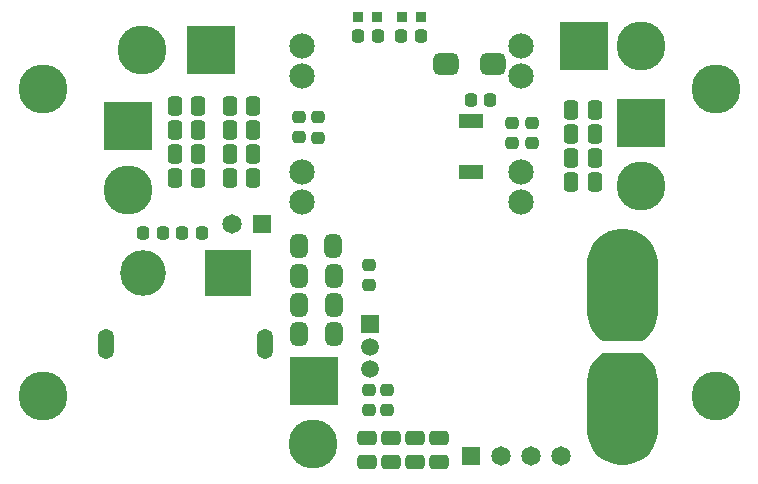
<source format=gts>
G04*
G04 #@! TF.GenerationSoftware,Altium Limited,Altium Designer,20.2.5 (213)*
G04*
G04 Layer_Color=8388736*
%FSLAX25Y25*%
%MOIN*%
G70*
G04*
G04 #@! TF.SameCoordinates,E7A29C4C-667B-4874-933E-F4189BEA85A9*
G04*
G04*
G04 #@! TF.FilePolarity,Negative*
G04*
G01*
G75*
G04:AMPARAMS|DCode=28|XSize=65.75mil|YSize=49.21mil|CornerRadius=13.78mil|HoleSize=0mil|Usage=FLASHONLY|Rotation=270.000|XOffset=0mil|YOffset=0mil|HoleType=Round|Shape=RoundedRectangle|*
%AMROUNDEDRECTD28*
21,1,0.06575,0.02165,0,0,270.0*
21,1,0.03819,0.04921,0,0,270.0*
1,1,0.02756,-0.01083,-0.01909*
1,1,0.02756,-0.01083,0.01909*
1,1,0.02756,0.01083,0.01909*
1,1,0.02756,0.01083,-0.01909*
%
%ADD28ROUNDEDRECTD28*%
%ADD29C,0.16339*%
G04:AMPARAMS|DCode=30|XSize=65.75mil|YSize=49.21mil|CornerRadius=13.78mil|HoleSize=0mil|Usage=FLASHONLY|Rotation=0.000|XOffset=0mil|YOffset=0mil|HoleType=Round|Shape=RoundedRectangle|*
%AMROUNDEDRECTD30*
21,1,0.06575,0.02165,0,0,0.0*
21,1,0.03819,0.04921,0,0,0.0*
1,1,0.02756,0.01909,-0.01083*
1,1,0.02756,-0.01909,-0.01083*
1,1,0.02756,-0.01909,0.01083*
1,1,0.02756,0.01909,0.01083*
%
%ADD30ROUNDEDRECTD30*%
%ADD31R,0.16339X0.16339*%
G04:AMPARAMS|DCode=32|XSize=45.28mil|YSize=41.34mil|CornerRadius=11.81mil|HoleSize=0mil|Usage=FLASHONLY|Rotation=270.000|XOffset=0mil|YOffset=0mil|HoleType=Round|Shape=RoundedRectangle|*
%AMROUNDEDRECTD32*
21,1,0.04528,0.01772,0,0,270.0*
21,1,0.02165,0.04134,0,0,270.0*
1,1,0.02362,-0.00886,-0.01083*
1,1,0.02362,-0.00886,0.01083*
1,1,0.02362,0.00886,0.01083*
1,1,0.02362,0.00886,-0.01083*
%
%ADD32ROUNDEDRECTD32*%
G04:AMPARAMS|DCode=33|XSize=45.28mil|YSize=41.34mil|CornerRadius=11.81mil|HoleSize=0mil|Usage=FLASHONLY|Rotation=180.000|XOffset=0mil|YOffset=0mil|HoleType=Round|Shape=RoundedRectangle|*
%AMROUNDEDRECTD33*
21,1,0.04528,0.01772,0,0,180.0*
21,1,0.02165,0.04134,0,0,180.0*
1,1,0.02362,-0.01083,0.00886*
1,1,0.02362,0.01083,0.00886*
1,1,0.02362,0.01083,-0.00886*
1,1,0.02362,-0.01083,-0.00886*
%
%ADD33ROUNDEDRECTD33*%
%ADD34C,0.21260*%
G04:AMPARAMS|DCode=35|XSize=76.77mil|YSize=57.09mil|CornerRadius=15.75mil|HoleSize=0mil|Usage=FLASHONLY|Rotation=270.000|XOffset=0mil|YOffset=0mil|HoleType=Round|Shape=RoundedRectangle|*
%AMROUNDEDRECTD35*
21,1,0.07677,0.02559,0,0,270.0*
21,1,0.04528,0.05709,0,0,270.0*
1,1,0.03150,-0.01280,-0.02264*
1,1,0.03150,-0.01280,0.02264*
1,1,0.03150,0.01280,0.02264*
1,1,0.03150,0.01280,-0.02264*
%
%ADD35ROUNDEDRECTD35*%
%ADD36R,0.03740X0.03740*%
G04:AMPARAMS|DCode=37|XSize=84.65mil|YSize=72.84mil|CornerRadius=19.68mil|HoleSize=0mil|Usage=FLASHONLY|Rotation=180.000|XOffset=0mil|YOffset=0mil|HoleType=Round|Shape=RoundedRectangle|*
%AMROUNDEDRECTD37*
21,1,0.08465,0.03347,0,0,180.0*
21,1,0.04528,0.07284,0,0,180.0*
1,1,0.03937,-0.02264,0.01673*
1,1,0.03937,0.02264,0.01673*
1,1,0.03937,0.02264,-0.01673*
1,1,0.03937,-0.02264,-0.01673*
%
%ADD37ROUNDEDRECTD37*%
%ADD38R,0.08268X0.04921*%
%ADD39R,0.16339X0.16339*%
%ADD40O,0.05315X0.10039*%
%ADD41C,0.15221*%
%ADD42R,0.15221X0.15221*%
%ADD43C,0.06496*%
%ADD44R,0.06496X0.06496*%
%ADD45C,0.08465*%
G04:AMPARAMS|DCode=46|XSize=259.84mil|YSize=102.36mil|CornerRadius=51.18mil|HoleSize=0mil|Usage=FLASHONLY|Rotation=270.000|XOffset=0mil|YOffset=0mil|HoleType=Round|Shape=RoundedRectangle|*
%AMROUNDEDRECTD46*
21,1,0.25984,0.00000,0,0,270.0*
21,1,0.15748,0.10236,0,0,270.0*
1,1,0.10236,0.00000,-0.07874*
1,1,0.10236,0.00000,0.07874*
1,1,0.10236,0.00000,0.07874*
1,1,0.10236,0.00000,-0.07874*
%
%ADD46ROUNDEDRECTD46*%
%ADD47C,0.05906*%
%ADD48R,0.05906X0.05906*%
%ADD49C,0.03150*%
G36*
X186663Y41664D02*
X187768Y40716D01*
X188749Y39640D01*
X189590Y38451D01*
X190279Y37168D01*
X190805Y35810D01*
X191160Y34398D01*
X191339Y32952D01*
X191339Y32224D01*
X191339Y32224D01*
Y16476D01*
Y15547D01*
X191048Y13711D01*
X190473Y11942D01*
X189629Y10286D01*
X188537Y8782D01*
X187222Y7467D01*
X185718Y6375D01*
X184061Y5531D01*
X182293Y4956D01*
X180457Y4665D01*
X178598D01*
X176762Y4956D01*
X174994Y5531D01*
X173337Y6375D01*
X171833Y7467D01*
X170519Y8782D01*
X169426Y10286D01*
X168582Y11942D01*
X168007Y13711D01*
X167717Y15547D01*
Y16476D01*
Y32224D01*
Y32952D01*
X167895Y34398D01*
X168250Y35810D01*
X168776Y37168D01*
X169465Y38451D01*
X170306Y39640D01*
X171287Y40716D01*
X172392Y41664D01*
X172999Y42067D01*
X186056D01*
X186663Y41664D01*
D02*
G37*
G36*
X182293Y83115D02*
X184061Y82540D01*
X185718Y81696D01*
X187222Y80603D01*
X188537Y79289D01*
X189629Y77785D01*
X190473Y76128D01*
X191048Y74360D01*
X191339Y72524D01*
Y71595D01*
X191339D01*
X191339Y55847D01*
Y55118D01*
X191160Y53673D01*
X190805Y52261D01*
X190279Y50903D01*
X189590Y49620D01*
X188749Y48431D01*
X187768Y47354D01*
X186663Y46406D01*
X186056Y46004D01*
X172999D01*
X172392Y46406D01*
X171287Y47354D01*
X170306Y48431D01*
X169465Y49620D01*
X168776Y50903D01*
X168250Y52261D01*
X167895Y53673D01*
X167717Y55118D01*
Y55847D01*
X167717Y71595D01*
Y72524D01*
X168007Y74360D01*
X168582Y76128D01*
X169426Y77785D01*
X170519Y79289D01*
X171833Y80603D01*
X173337Y81696D01*
X174994Y82540D01*
X176762Y83115D01*
X178598Y83406D01*
X180457D01*
X182293Y83115D01*
D02*
G37*
D28*
X48622Y100394D02*
D03*
X56496D02*
D03*
X170276Y98917D02*
D03*
X162402D02*
D03*
X170276Y106890D02*
D03*
X162402D02*
D03*
X170276Y114961D02*
D03*
X162402D02*
D03*
X170276Y122933D02*
D03*
X162402D02*
D03*
X48622Y116339D02*
D03*
X56496D02*
D03*
X48622Y124311D02*
D03*
X56496D02*
D03*
X48622Y108366D02*
D03*
X56496D02*
D03*
X38189Y124311D02*
D03*
X30315D02*
D03*
X38189Y116339D02*
D03*
X30315D02*
D03*
X38189Y108366D02*
D03*
X30315D02*
D03*
X38189Y100394D02*
D03*
X30315D02*
D03*
D29*
X185827Y144193D02*
D03*
X76279Y11713D02*
D03*
X185827Y97638D02*
D03*
X19390Y143012D02*
D03*
X14665Y96161D02*
D03*
X210630Y27559D02*
D03*
Y129921D02*
D03*
X-13780D02*
D03*
Y27559D02*
D03*
D30*
X118209Y5610D02*
D03*
Y13484D02*
D03*
X110236Y5610D02*
D03*
Y13484D02*
D03*
X94390Y5610D02*
D03*
Y13484D02*
D03*
X102264Y5610D02*
D03*
Y13484D02*
D03*
D31*
X42323Y143012D02*
D03*
X14665Y117717D02*
D03*
X185827Y118701D02*
D03*
X166831Y144291D02*
D03*
D32*
X26378Y82087D02*
D03*
X19685D02*
D03*
X39469D02*
D03*
X32776D02*
D03*
X91240Y147638D02*
D03*
X97933D02*
D03*
X112424Y147627D02*
D03*
X105731D02*
D03*
X128937Y126181D02*
D03*
X135236D02*
D03*
D33*
X95177Y23031D02*
D03*
Y29724D02*
D03*
X101181Y23031D02*
D03*
Y29724D02*
D03*
X78150Y113779D02*
D03*
Y120472D02*
D03*
X71776Y113867D02*
D03*
Y120560D02*
D03*
X149409Y111811D02*
D03*
Y118504D02*
D03*
X142717Y111811D02*
D03*
Y118504D02*
D03*
X95177Y64567D02*
D03*
Y71260D02*
D03*
D34*
X179527Y23959D02*
D03*
Y64705D02*
D03*
D35*
X71850Y48277D02*
D03*
X83267D02*
D03*
X71850Y58021D02*
D03*
X83267D02*
D03*
X71752Y77509D02*
D03*
X83169D02*
D03*
X71850Y67765D02*
D03*
X83267D02*
D03*
D36*
X91240Y153937D02*
D03*
X97539D02*
D03*
X106102D02*
D03*
X112402D02*
D03*
D37*
X120669Y138386D02*
D03*
X136417D02*
D03*
D38*
X128937Y119291D02*
D03*
Y102362D02*
D03*
D39*
X76575Y32579D02*
D03*
D40*
X7283Y45079D02*
D03*
X60433D02*
D03*
D41*
X19685Y68701D02*
D03*
D42*
X48031D02*
D03*
D43*
X158878Y7579D02*
D03*
X148878D02*
D03*
X138878D02*
D03*
X49213Y85138D02*
D03*
D44*
X128878Y7579D02*
D03*
X59213Y85138D02*
D03*
D45*
X145850Y92209D02*
D03*
X72850D02*
D03*
X145850Y144209D02*
D03*
X72850D02*
D03*
Y102209D02*
D03*
X145850D02*
D03*
Y134209D02*
D03*
X72850D02*
D03*
D46*
X179527Y63721D02*
D03*
Y24350D02*
D03*
D47*
X95276Y36516D02*
D03*
Y44035D02*
D03*
D48*
Y51555D02*
D03*
D49*
X173158Y36854D02*
D03*
Y51217D02*
D03*
X177094Y39713D02*
D03*
Y48358D02*
D03*
X181961Y39713D02*
D03*
Y48358D02*
D03*
X185898Y36854D02*
D03*
Y51217D02*
D03*
X173158Y11846D02*
D03*
Y76224D02*
D03*
X177094Y8988D02*
D03*
Y79083D02*
D03*
X181961Y8988D02*
D03*
Y79083D02*
D03*
X185898Y11846D02*
D03*
Y76224D02*
D03*
X171653Y16477D02*
D03*
Y21726D02*
D03*
Y26975D02*
D03*
Y32224D02*
D03*
X187402Y16477D02*
D03*
Y21726D02*
D03*
Y26975D02*
D03*
Y32224D02*
D03*
X171653Y55847D02*
D03*
Y61096D02*
D03*
Y66345D02*
D03*
Y71595D02*
D03*
X187402Y55847D02*
D03*
Y61096D02*
D03*
Y66345D02*
D03*
Y71595D02*
D03*
M02*

</source>
